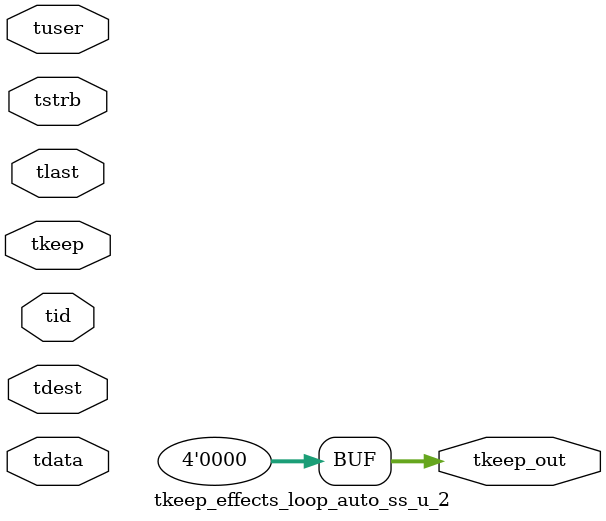
<source format=v>


`timescale 1ps/1ps

module tkeep_effects_loop_auto_ss_u_2 #
(
parameter C_S_AXIS_TDATA_WIDTH = 32,
parameter C_S_AXIS_TUSER_WIDTH = 0,
parameter C_S_AXIS_TID_WIDTH   = 0,
parameter C_S_AXIS_TDEST_WIDTH = 0,
parameter C_M_AXIS_TDATA_WIDTH = 32
)
(
input  [(C_S_AXIS_TDATA_WIDTH == 0 ? 1 : C_S_AXIS_TDATA_WIDTH)-1:0     ] tdata,
input  [(C_S_AXIS_TUSER_WIDTH == 0 ? 1 : C_S_AXIS_TUSER_WIDTH)-1:0     ] tuser,
input  [(C_S_AXIS_TID_WIDTH   == 0 ? 1 : C_S_AXIS_TID_WIDTH)-1:0       ] tid,
input  [(C_S_AXIS_TDEST_WIDTH == 0 ? 1 : C_S_AXIS_TDEST_WIDTH)-1:0     ] tdest,
input  [(C_S_AXIS_TDATA_WIDTH/8)-1:0 ] tkeep,
input  [(C_S_AXIS_TDATA_WIDTH/8)-1:0 ] tstrb,
input                                                                    tlast,
output [(C_M_AXIS_TDATA_WIDTH/8)-1:0 ] tkeep_out
);

assign tkeep_out = {1'b0};

endmodule


</source>
